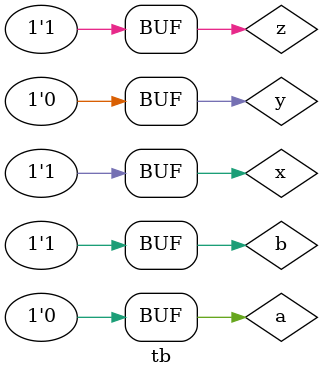
<source format=v>
module tb();
  reg a ,b;
 reg  y,x,z;
  
  initial
     begin
    a=1'b0;b=1'b1;               // HERE IN SEQUENTIAL BLOCKS THE TIME DELAY IS ADDED SEQUENTIALLY FOR NEXT STATEMENT DELAY ...
   
      #10 y=a & b;
      #20 x = a| b;
      #10 z=a^b;
      
    end
  initial 
    $monitor($time," y=%0b,x=%0b,x=%0b",y,x,z);
  initial
    begin
      $dumpfile("dump.vcd");
      $dumpvars(1);
    end
  
endmodule

</source>
